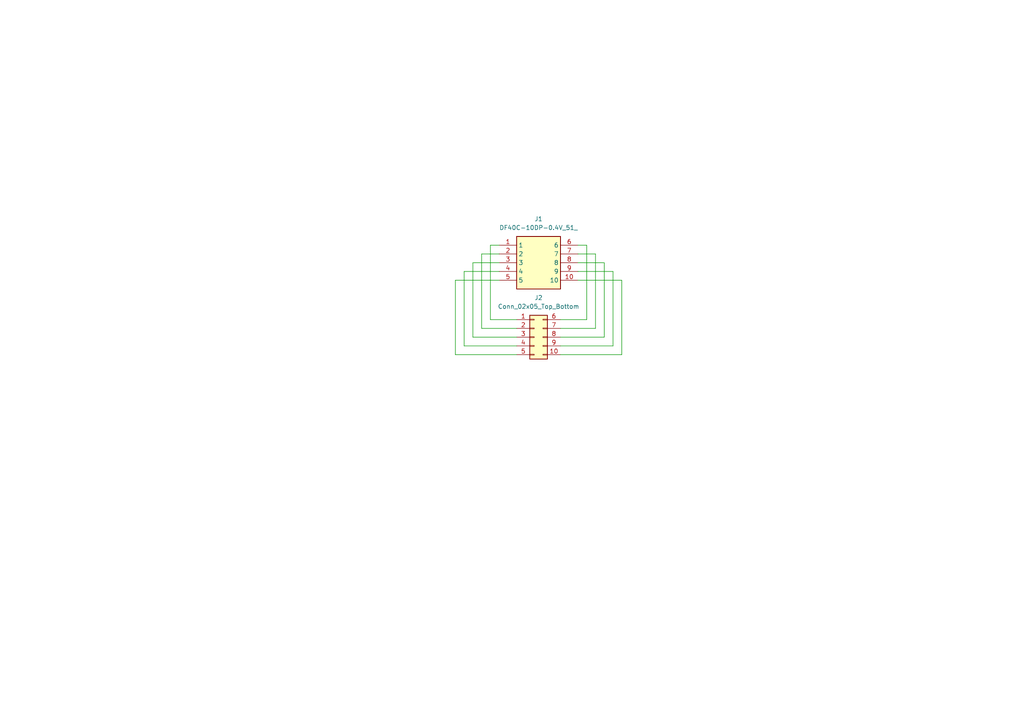
<source format=kicad_sch>
(kicad_sch (version 20230121) (generator eeschema)
  (paper "A4")
  (lib_symbols
    (symbol "Connector_Generic:Conn_02x05_Top_Bottom" (pin_names (offset 1.016) hide)
      (property "Reference" "J" (at 1.27 7.62 0))
      (property "Value" "Conn_02x05_Top_Bottom" (at 1.27 -7.62 0))
      (symbol "Conn_02x05_Top_Bottom_1_1"
        (rectangle (start -1.27 -4.953) (end 0 -5.207) (stroke (width 0.1524)))
        (rectangle (start -1.27 -2.413) (end 0 -2.667) (stroke (width 0.1524)))
        (rectangle (start -1.27 0.127) (end 0 -0.127) (stroke (width 0.1524)))
        (rectangle (start -1.27 2.667) (end 0 2.413) (stroke (width 0.1524)))
        (rectangle (start -1.27 5.207) (end 0 4.953) (stroke (width 0.1524)))
        (rectangle (start -1.27 6.35) (end 3.81 -6.35) (stroke (width 0.254)) (fill (type background)))
        (rectangle (start 3.81 -4.953) (end 2.54 -5.207) (stroke (width 0.1524)))
        (rectangle (start 3.81 -2.413) (end 2.54 -2.667) (stroke (width 0.1524)))
        (rectangle (start 3.81 0.127) (end 2.54 -0.127) (stroke (width 0.1524)))
        (rectangle (start 3.81 2.667) (end 2.54 2.413) (stroke (width 0.1524)))
        (rectangle (start 3.81 5.207) (end 2.54 4.953) (stroke (width 0.1524)))
        (pin passive line (at -5.08 5.08 0) (length 3.81) (name "Pin_1") (number "1"))
        (pin passive line (at 7.62 -5.08 180) (length 3.81) (name "Pin_10") (number "10"))
        (pin passive line (at -5.08 2.54 0) (length 3.81) (name "Pin_2") (number "2"))
        (pin passive line (at -5.08 0 0) (length 3.81) (name "Pin_3") (number "3"))
        (pin passive line (at -5.08 -2.54 0) (length 3.81) (name "Pin_4") (number "4"))
        (pin passive line (at -5.08 -5.08 0) (length 3.81) (name "Pin_5") (number "5"))
        (pin passive line (at 7.62 5.08 180) (length 3.81) (name "Pin_6") (number "6"))
        (pin passive line (at 7.62 2.54 180) (length 3.81) (name "Pin_7") (number "7"))
        (pin passive line (at 7.62 0 180) (length 3.81) (name "Pin_8") (number "8"))
        (pin passive line (at 7.62 -2.54 180) (length 3.81) (name "Pin_9") (number "9"))
      )
    )
    (symbol "DF40C-10DP-0_4V_51_:DF40C-10DP-0.4V_51_"
      (property "Reference" "J" (at 19.05 7.62 0))
      (property "Value" "DF40C-10DP-0.4V_51_" (at 19.05 5.08 0))
      (symbol "DF40C-10DP-0.4V_51__1_1"
        (rectangle (start 5.08 2.54) (end 17.78 -12.7) (stroke (width 0.254)) (fill (type background)))
        (pin passive line (at 0 0 0) (length 5.08) (name "1") (number "1"))
        (pin passive line (at 22.86 -10.16 180) (length 5.08) (name "10") (number "10"))
        (pin passive line (at 0 -2.54 0) (length 5.08) (name "2") (number "2"))
        (pin passive line (at 0 -5.08 0) (length 5.08) (name "3") (number "3"))
        (pin passive line (at 0 -7.62 0) (length 5.08) (name "4") (number "4"))
        (pin passive line (at 0 -10.16 0) (length 5.08) (name "5") (number "5"))
        (pin passive line (at 22.86 0 180) (length 5.08) (name "6") (number "6"))
        (pin passive line (at 22.86 -2.54 180) (length 5.08) (name "7") (number "7"))
        (pin passive line (at 22.86 -5.08 180) (length 5.08) (name "8") (number "8"))
        (pin passive line (at 22.86 -7.62 180) (length 5.08) (name "9") (number "9"))
      )
    )
  )
  (wire (pts (xy 180.34 81.28) (xy 180.34 102.87)))
  (wire (pts (xy 132.08 81.28) (xy 132.08 102.87)))
  (wire (pts (xy 167.64 76.2) (xy 175.26 76.2)))
  (wire (pts (xy 167.64 78.74) (xy 177.8 78.74)))
  (wire (pts (xy 177.8 100.33) (xy 162.56 100.33)))
  (wire (pts (xy 137.16 76.2) (xy 137.16 97.79)))
  (wire (pts (xy 134.62 78.74) (xy 134.62 100.33)))
  (wire (pts (xy 175.26 97.79) (xy 162.56 97.79)))
  (wire (pts (xy 180.34 102.87) (xy 162.56 102.87)))
  (wire (pts (xy 167.64 81.28) (xy 180.34 81.28)))
  (wire (pts (xy 139.7 95.25) (xy 149.86 95.25)))
  (wire (pts (xy 132.08 102.87) (xy 149.86 102.87)))
  (wire (pts (xy 137.16 97.79) (xy 149.86 97.79)))
  (wire (pts (xy 144.78 73.66) (xy 139.7 73.66)))
  (wire (pts (xy 142.24 71.12) (xy 142.24 92.71)))
  (wire (pts (xy 139.7 73.66) (xy 139.7 95.25)))
  (wire (pts (xy 170.18 71.12) (xy 170.18 92.71)))
  (wire (pts (xy 144.78 76.2) (xy 137.16 76.2)))
  (wire (pts (xy 134.62 100.33) (xy 149.86 100.33)))
  (wire (pts (xy 175.26 76.2) (xy 175.26 97.79)))
  (wire (pts (xy 167.64 71.12) (xy 170.18 71.12)))
  (wire (pts (xy 172.72 73.66) (xy 172.72 95.25)))
  (wire (pts (xy 172.72 95.25) (xy 162.56 95.25)))
  (wire (pts (xy 170.18 92.71) (xy 162.56 92.71)))
  (wire (pts (xy 144.78 81.28) (xy 132.08 81.28)))
  (wire (pts (xy 167.64 73.66) (xy 172.72 73.66)))
  (wire (pts (xy 177.8 78.74) (xy 177.8 100.33)))
  (wire (pts (xy 144.78 71.12) (xy 142.24 71.12)))
  (wire (pts (xy 144.78 78.74) (xy 134.62 78.74)))
  (wire (pts (xy 142.24 92.71) (xy 149.86 92.71)))
  (symbol (lib_id "DF40C-10DP-0_4V_51_:DF40C-10DP-0.4V_51_") (at 144.78 71.12 0) (unit 1)
    (property "Reference" "J1" (at 156.21 63.5 0))
    (property "Value" "DF40C-10DP-0.4V_51_" (at 156.21 66.04 0))
    (property "Footprint" "ADG1236YCPZ-REEL7:DF40C-10DP-0.4V_51_" (effects hide))
    (property "Mouser Part Number" "798-DF40C10DP0.4V51" (effects hide))
    (property "Mouser Price/Stock" "https://www.mouser.co.uk/ProductDetail/Hirose-Connector/DF40C-10DP-0.4V51?qs=eDUdFcBPps0sXj7K83X%252B9Q%3D%3D" (effects hide))
    (property "Manufacturer_Name" "Hirose" (effects hide))
    (property "Manufacturer_Part_Number" "DF40C-10DP-0.4V(51)" (effects hide))
  )
  (symbol (lib_id "Connector_Generic:Conn_02x05_Top_Bottom") (at 154.94 97.79 0) (unit 1)
    (property "Reference" "J2" (at 156.21 86.36 0))
    (property "Value" "Conn_02x05_Top_Bottom" (at 156.21 88.9 0))
    (property "Footprint" "Connector_PinHeader_2.54mm:PinHeader_2x05_P2.54mm_Vertical" (effects hide))
  )
)
</source>
